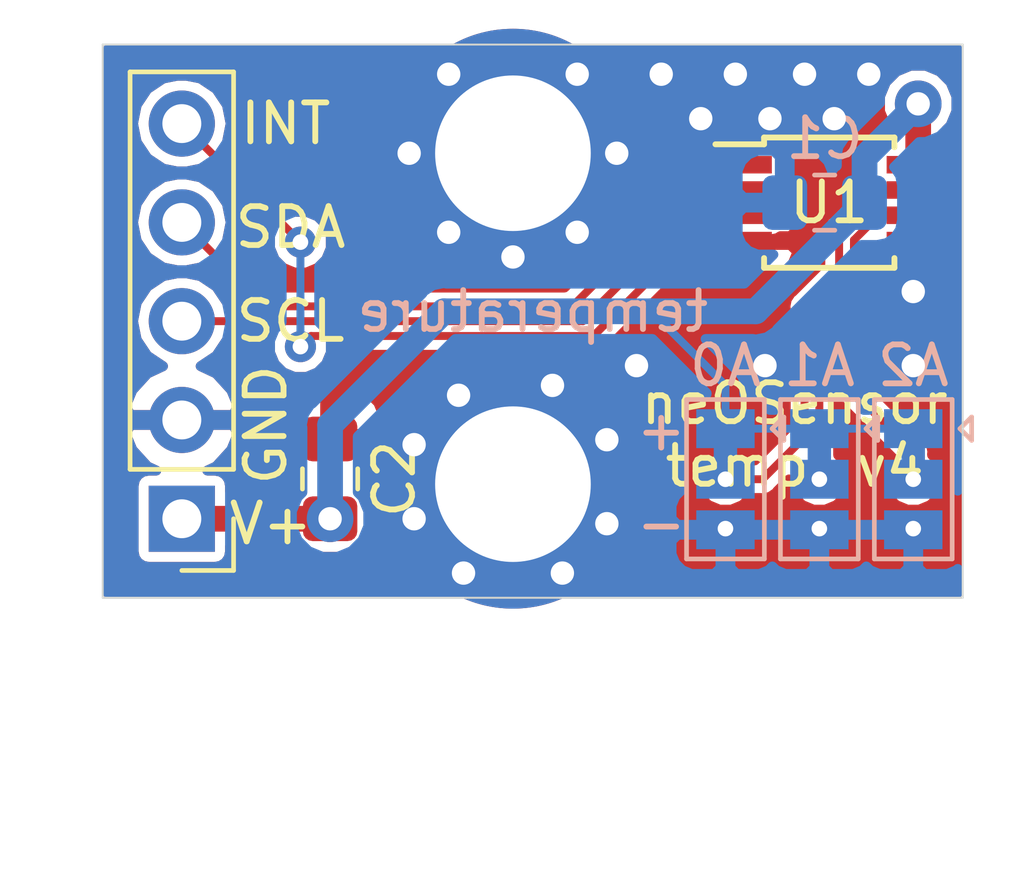
<source format=kicad_pcb>
(kicad_pcb (version 20171130) (host pcbnew 6.0.0-rc1-unknown-r13609-32d262b0)

  (general
    (thickness 1.6)
    (drawings 16)
    (tracks 83)
    (zones 0)
    (modules 9)
    (nets 9)
  )

  (page A4)
  (layers
    (0 F.Cu signal)
    (31 B.Cu signal)
    (32 B.Adhes user)
    (33 F.Adhes user)
    (34 B.Paste user)
    (35 F.Paste user)
    (36 B.SilkS user)
    (37 F.SilkS user)
    (38 B.Mask user)
    (39 F.Mask user)
    (40 Dwgs.User user)
    (41 Cmts.User user)
    (42 Eco1.User user)
    (43 Eco2.User user)
    (44 Edge.Cuts user)
    (45 Margin user)
    (46 B.CrtYd user)
    (47 F.CrtYd user)
    (48 B.Fab user)
    (49 F.Fab user)
  )

  (setup
    (last_trace_width 0.2032)
    (trace_clearance 0.1524)
    (zone_clearance 0.254)
    (zone_45_only no)
    (trace_min 0.2)
    (via_size 0.8)
    (via_drill 0.4)
    (via_min_size 0.4)
    (via_min_drill 0.3)
    (uvia_size 0.3)
    (uvia_drill 0.1)
    (uvias_allowed no)
    (uvia_min_size 0.2)
    (uvia_min_drill 0.1)
    (edge_width 0.05)
    (segment_width 0.2)
    (pcb_text_width 0.3)
    (pcb_text_size 1.5 1.5)
    (mod_edge_width 0.12)
    (mod_text_size 1 1)
    (mod_text_width 0.15)
    (pad_size 6.4 6.4)
    (pad_drill 4)
    (pad_to_mask_clearance 0.2)
    (aux_axis_origin 0 0)
    (visible_elements FFFFFF7F)
    (pcbplotparams
      (layerselection 0x010fc_ffffffff)
      (usegerberextensions false)
      (usegerberattributes false)
      (usegerberadvancedattributes false)
      (creategerberjobfile false)
      (excludeedgelayer true)
      (linewidth 0.100000)
      (plotframeref false)
      (viasonmask false)
      (mode 1)
      (useauxorigin false)
      (hpglpennumber 1)
      (hpglpenspeed 20)
      (hpglpendiameter 15.000000)
      (psnegative false)
      (psa4output false)
      (plotreference true)
      (plotvalue true)
      (plotinvisibletext false)
      (padsonsilk false)
      (subtractmaskfromsilk false)
      (outputformat 1)
      (mirror false)
      (drillshape 1)
      (scaleselection 1)
      (outputdirectory ""))
  )

  (net 0 "")
  (net 1 GND)
  (net 2 +3V3)
  (net 3 /INT)
  (net 4 /SDA)
  (net 5 /SCL)
  (net 6 /A0)
  (net 7 /A1)
  (net 8 /A2)

  (net_class Default "This is the default net class."
    (clearance 0.1524)
    (trace_width 0.2032)
    (via_dia 0.8)
    (via_drill 0.4)
    (uvia_dia 0.3)
    (uvia_drill 0.1)
    (add_net /A0)
    (add_net /A1)
    (add_net /A2)
    (add_net /INT)
    (add_net /SCL)
    (add_net /SDA)
  )

  (net_class power ""
    (clearance 0.1524)
    (trace_width 0.6604)
    (via_dia 1.2)
    (via_drill 0.6)
    (uvia_dia 0.3)
    (uvia_drill 0.1)
    (add_net +3V3)
    (add_net GND)
  )

  (module MountingHole:MountingHole_3.2mm_M3_Pad (layer F.Cu) (tedit 5B843355) (tstamp 5B843861)
    (at 161.417 89.535)
    (descr "Mounting Hole 3.2mm, M3")
    (tags "mounting hole 3.2mm m3")
    (path /5B83F7B4)
    (attr virtual)
    (fp_text reference MH1 (at 0 -4.2) (layer F.SilkS) hide
      (effects (font (size 1 1) (thickness 0.15)))
    )
    (fp_text value MountingHole_Pad (at 0 4.2) (layer F.Fab)
      (effects (font (size 1 1) (thickness 0.15)))
    )
    (fp_circle (center 0 0) (end 3.45 0) (layer F.CrtYd) (width 0.05))
    (fp_circle (center 0 0) (end 3.2 0) (layer Cmts.User) (width 0.15))
    (fp_text user %R (at 0.3 0) (layer F.Fab)
      (effects (font (size 1 1) (thickness 0.15)))
    )
    (pad 1 thru_hole circle (at 0 0) (size 6.4 6.4) (drill 4) (layers *.Cu *.Mask)
      (net 1 GND) (zone_connect 2))
  )

  (module MountingHole:MountingHole_3.2mm_M3_Pad (layer F.Cu) (tedit 5B843445) (tstamp 5B8438B2)
    (at 161.671 98.044)
    (descr "Mounting Hole 3.2mm, M3")
    (tags "mounting hole 3.2mm m3")
    (path /5B84063A)
    (attr virtual)
    (fp_text reference MH2 (at 0 -4.2) (layer F.SilkS) hide
      (effects (font (size 1 1) (thickness 0.15)))
    )
    (fp_text value MountingHole_Pad (at 0 4.2) (layer F.Fab)
      (effects (font (size 1 1) (thickness 0.15)))
    )
    (fp_circle (center 0 0) (end 3.45 0) (layer F.CrtYd) (width 0.05))
    (fp_circle (center 0 0) (end 3.2 0) (layer Cmts.User) (width 0.15))
    (fp_text user %R (at 0.3 0) (layer F.Fab)
      (effects (font (size 1 1) (thickness 0.15)))
    )
    (pad 1 thru_hole circle (at -0.254 0) (size 6.4 6.4) (drill 4) (layers *.Cu *.Mask)
      (net 1 GND) (zone_connect 2))
  )

  (module Package_SO:MSOP-8_3x3mm_P0.65mm (layer F.Cu) (tedit 5A02F25C) (tstamp 5B83313C)
    (at 169.545 90.805)
    (descr "8-Lead Plastic Micro Small Outline Package (MS) [MSOP] (see Microchip Packaging Specification 00000049BS.pdf)")
    (tags "SSOP 0.65")
    (path /5B83A3CF)
    (attr smd)
    (fp_text reference U1 (at 0 0) (layer F.SilkS)
      (effects (font (size 1 1) (thickness 0.15)))
    )
    (fp_text value MCP9808 (at 0 2.6) (layer F.Fab)
      (effects (font (size 1 1) (thickness 0.15)))
    )
    (fp_text user %R (at 0 0) (layer F.Fab)
      (effects (font (size 0.6 0.6) (thickness 0.15)))
    )
    (fp_line (start -1.675 -1.5) (end -2.925 -1.5) (layer F.SilkS) (width 0.15))
    (fp_line (start -1.675 1.675) (end 1.675 1.675) (layer F.SilkS) (width 0.15))
    (fp_line (start -1.675 -1.675) (end 1.675 -1.675) (layer F.SilkS) (width 0.15))
    (fp_line (start -1.675 1.675) (end -1.675 1.425) (layer F.SilkS) (width 0.15))
    (fp_line (start 1.675 1.675) (end 1.675 1.425) (layer F.SilkS) (width 0.15))
    (fp_line (start 1.675 -1.675) (end 1.675 -1.425) (layer F.SilkS) (width 0.15))
    (fp_line (start -1.675 -1.675) (end -1.675 -1.5) (layer F.SilkS) (width 0.15))
    (fp_line (start -3.2 1.85) (end 3.2 1.85) (layer F.CrtYd) (width 0.05))
    (fp_line (start -3.2 -1.85) (end 3.2 -1.85) (layer F.CrtYd) (width 0.05))
    (fp_line (start 3.2 -1.85) (end 3.2 1.85) (layer F.CrtYd) (width 0.05))
    (fp_line (start -3.2 -1.85) (end -3.2 1.85) (layer F.CrtYd) (width 0.05))
    (fp_line (start -1.5 -0.5) (end -0.5 -1.5) (layer F.Fab) (width 0.15))
    (fp_line (start -1.5 1.5) (end -1.5 -0.5) (layer F.Fab) (width 0.15))
    (fp_line (start 1.5 1.5) (end -1.5 1.5) (layer F.Fab) (width 0.15))
    (fp_line (start 1.5 -1.5) (end 1.5 1.5) (layer F.Fab) (width 0.15))
    (fp_line (start -0.5 -1.5) (end 1.5 -1.5) (layer F.Fab) (width 0.15))
    (pad 8 smd rect (at 2.2 -0.975) (size 1.45 0.45) (layers F.Cu F.Paste F.Mask)
      (net 2 +3V3))
    (pad 7 smd rect (at 2.2 -0.325) (size 1.45 0.45) (layers F.Cu F.Paste F.Mask)
      (net 6 /A0))
    (pad 6 smd rect (at 2.2 0.325) (size 1.45 0.45) (layers F.Cu F.Paste F.Mask)
      (net 7 /A1))
    (pad 5 smd rect (at 2.2 0.975) (size 1.45 0.45) (layers F.Cu F.Paste F.Mask)
      (net 8 /A2))
    (pad 4 smd rect (at -2.2 0.975) (size 1.45 0.45) (layers F.Cu F.Paste F.Mask)
      (net 1 GND))
    (pad 3 smd rect (at -2.2 0.325) (size 1.45 0.45) (layers F.Cu F.Paste F.Mask)
      (net 3 /INT))
    (pad 2 smd rect (at -2.2 -0.325) (size 1.45 0.45) (layers F.Cu F.Paste F.Mask)
      (net 5 /SCL))
    (pad 1 smd rect (at -2.2 -0.975) (size 1.45 0.45) (layers F.Cu F.Paste F.Mask)
      (net 4 /SDA))
    (model ${KISYS3DMOD}/Package_SO.3dshapes/MSOP-8_3x3mm_P0.65mm.wrl
      (at (xyz 0 0 0))
      (scale (xyz 1 1 1))
      (rotate (xyz 0 0 0))
    )
  )

  (module Jumper:SolderJumper-3_P1.3mm_Bridged12_Pad1.0x1.5mm (layer B.Cu) (tedit 5B3914C4) (tstamp 5B832CA7)
    (at 171.704 97.917 270)
    (descr "SMD Solder 3-pad Jumper, 1x1.5mm Pads, 0.3mm gap, pads 1-2 bridged with 1 copper strip")
    (tags "solder jumper open")
    (path /5B83B07A)
    (attr virtual)
    (fp_text reference JP3 (at 0 1.8 270) (layer B.SilkS) hide
      (effects (font (size 1 1) (thickness 0.15)) (justify mirror))
    )
    (fp_text value SolderJumper_3_Bridged12 (at 0 -2 270) (layer B.Fab)
      (effects (font (size 1 1) (thickness 0.15)) (justify mirror))
    )
    (fp_line (start 2.3 -1.25) (end -2.3 -1.25) (layer B.CrtYd) (width 0.05))
    (fp_line (start 2.3 -1.25) (end 2.3 1.25) (layer B.CrtYd) (width 0.05))
    (fp_line (start -2.3 1.25) (end -2.3 -1.25) (layer B.CrtYd) (width 0.05))
    (fp_line (start -2.3 1.25) (end 2.3 1.25) (layer B.CrtYd) (width 0.05))
    (fp_line (start -2.05 1) (end 2.05 1) (layer B.SilkS) (width 0.12))
    (fp_line (start 2.05 1) (end 2.05 -1) (layer B.SilkS) (width 0.12))
    (fp_line (start 2.05 -1) (end -2.05 -1) (layer B.SilkS) (width 0.12))
    (fp_line (start -2.05 -1) (end -2.05 1) (layer B.SilkS) (width 0.12))
    (fp_line (start -1.3 -1.2) (end -1.6 -1.5) (layer B.SilkS) (width 0.12))
    (fp_line (start -1.6 -1.5) (end -1 -1.5) (layer B.SilkS) (width 0.12))
    (fp_line (start -1.3 -1.2) (end -1 -1.5) (layer B.SilkS) (width 0.12))
    (pad 2 smd rect (at 0 0 270) (size 1 1.5) (layers B.Cu B.Mask)
      (net 8 /A2))
    (pad 3 smd rect (at 1.3 0 270) (size 1 1.5) (layers B.Cu B.Mask)
      (net 1 GND))
    (pad 1 smd custom (at -1.3 0 270) (size 1 1.5) (layers B.Cu B.Mask)
      (net 2 +3V3)
      (options (clearance outline) (anchor rect))
      (primitives
        (gr_poly (pts
           (xy 0.4 0.3) (xy 0.9 0.3) (xy 0.9 -0.3) (xy 0.4 -0.3)) (width 0))
      ))
  )

  (module Jumper:SolderJumper-3_P1.3mm_Bridged12_Pad1.0x1.5mm (layer B.Cu) (tedit 5B3914C4) (tstamp 5B832C95)
    (at 169.291 97.917 270)
    (descr "SMD Solder 3-pad Jumper, 1x1.5mm Pads, 0.3mm gap, pads 1-2 bridged with 1 copper strip")
    (tags "solder jumper open")
    (path /5B83B050)
    (attr virtual)
    (fp_text reference JP2 (at 0 1.8 270) (layer B.SilkS) hide
      (effects (font (size 1 1) (thickness 0.15)) (justify mirror))
    )
    (fp_text value SolderJumper_3_Bridged12 (at 0 -2 270) (layer B.Fab)
      (effects (font (size 1 1) (thickness 0.15)) (justify mirror))
    )
    (fp_line (start 2.3 -1.25) (end -2.3 -1.25) (layer B.CrtYd) (width 0.05))
    (fp_line (start 2.3 -1.25) (end 2.3 1.25) (layer B.CrtYd) (width 0.05))
    (fp_line (start -2.3 1.25) (end -2.3 -1.25) (layer B.CrtYd) (width 0.05))
    (fp_line (start -2.3 1.25) (end 2.3 1.25) (layer B.CrtYd) (width 0.05))
    (fp_line (start -2.05 1) (end 2.05 1) (layer B.SilkS) (width 0.12))
    (fp_line (start 2.05 1) (end 2.05 -1) (layer B.SilkS) (width 0.12))
    (fp_line (start 2.05 -1) (end -2.05 -1) (layer B.SilkS) (width 0.12))
    (fp_line (start -2.05 -1) (end -2.05 1) (layer B.SilkS) (width 0.12))
    (fp_line (start -1.3 -1.2) (end -1.6 -1.5) (layer B.SilkS) (width 0.12))
    (fp_line (start -1.6 -1.5) (end -1 -1.5) (layer B.SilkS) (width 0.12))
    (fp_line (start -1.3 -1.2) (end -1 -1.5) (layer B.SilkS) (width 0.12))
    (pad 2 smd rect (at 0 0 270) (size 1 1.5) (layers B.Cu B.Mask)
      (net 7 /A1))
    (pad 3 smd rect (at 1.3 0 270) (size 1 1.5) (layers B.Cu B.Mask)
      (net 1 GND))
    (pad 1 smd custom (at -1.3 0 270) (size 1 1.5) (layers B.Cu B.Mask)
      (net 2 +3V3)
      (options (clearance outline) (anchor rect))
      (primitives
        (gr_poly (pts
           (xy 0.4 0.3) (xy 0.9 0.3) (xy 0.9 -0.3) (xy 0.4 -0.3)) (width 0))
      ))
  )

  (module Jumper:SolderJumper-3_P1.3mm_Bridged12_Pad1.0x1.5mm (layer B.Cu) (tedit 5B3914C4) (tstamp 5B832C83)
    (at 166.878 97.917 270)
    (descr "SMD Solder 3-pad Jumper, 1x1.5mm Pads, 0.3mm gap, pads 1-2 bridged with 1 copper strip")
    (tags "solder jumper open")
    (path /5B83AEF1)
    (attr virtual)
    (fp_text reference JP1 (at 0 1.8 270) (layer B.SilkS) hide
      (effects (font (size 1 1) (thickness 0.15)) (justify mirror))
    )
    (fp_text value SolderJumper_3_Bridged12 (at 0 -2 270) (layer B.Fab)
      (effects (font (size 1 1) (thickness 0.15)) (justify mirror))
    )
    (fp_line (start 2.3 -1.25) (end -2.3 -1.25) (layer B.CrtYd) (width 0.05))
    (fp_line (start 2.3 -1.25) (end 2.3 1.25) (layer B.CrtYd) (width 0.05))
    (fp_line (start -2.3 1.25) (end -2.3 -1.25) (layer B.CrtYd) (width 0.05))
    (fp_line (start -2.3 1.25) (end 2.3 1.25) (layer B.CrtYd) (width 0.05))
    (fp_line (start -2.05 1) (end 2.05 1) (layer B.SilkS) (width 0.12))
    (fp_line (start 2.05 1) (end 2.05 -1) (layer B.SilkS) (width 0.12))
    (fp_line (start 2.05 -1) (end -2.05 -1) (layer B.SilkS) (width 0.12))
    (fp_line (start -2.05 -1) (end -2.05 1) (layer B.SilkS) (width 0.12))
    (fp_line (start -1.3 -1.2) (end -1.6 -1.5) (layer B.SilkS) (width 0.12))
    (fp_line (start -1.6 -1.5) (end -1 -1.5) (layer B.SilkS) (width 0.12))
    (fp_line (start -1.3 -1.2) (end -1 -1.5) (layer B.SilkS) (width 0.12))
    (pad 2 smd rect (at 0 0 270) (size 1 1.5) (layers B.Cu B.Mask)
      (net 6 /A0))
    (pad 3 smd rect (at 1.3 0 270) (size 1 1.5) (layers B.Cu B.Mask)
      (net 1 GND))
    (pad 1 smd custom (at -1.3 0 270) (size 1 1.5) (layers B.Cu B.Mask)
      (net 2 +3V3)
      (options (clearance outline) (anchor rect))
      (primitives
        (gr_poly (pts
           (xy 0.4 0.3) (xy 0.9 0.3) (xy 0.9 -0.3) (xy 0.4 -0.3)) (width 0))
      ))
  )

  (module Connector_PinHeader_2.54mm:PinHeader_1x05_P2.54mm_Vertical (layer F.Cu) (tedit 59FED5CC) (tstamp 5B832C71)
    (at 152.908 98.933 180)
    (descr "Through hole straight pin header, 1x05, 2.54mm pitch, single row")
    (tags "Through hole pin header THT 1x05 2.54mm single row")
    (path /5B83A876)
    (fp_text reference J1 (at 0 -2.33 180) (layer F.SilkS) hide
      (effects (font (size 1 1) (thickness 0.15)))
    )
    (fp_text value Conn_01x05 (at 0 12.49 180) (layer F.Fab)
      (effects (font (size 1 1) (thickness 0.15)))
    )
    (fp_text user %R (at 0 5.08 270) (layer F.Fab)
      (effects (font (size 1 1) (thickness 0.15)))
    )
    (fp_line (start 1.8 -1.8) (end -1.8 -1.8) (layer F.CrtYd) (width 0.05))
    (fp_line (start 1.8 11.95) (end 1.8 -1.8) (layer F.CrtYd) (width 0.05))
    (fp_line (start -1.8 11.95) (end 1.8 11.95) (layer F.CrtYd) (width 0.05))
    (fp_line (start -1.8 -1.8) (end -1.8 11.95) (layer F.CrtYd) (width 0.05))
    (fp_line (start -1.33 -1.33) (end 0 -1.33) (layer F.SilkS) (width 0.12))
    (fp_line (start -1.33 0) (end -1.33 -1.33) (layer F.SilkS) (width 0.12))
    (fp_line (start -1.33 1.27) (end 1.33 1.27) (layer F.SilkS) (width 0.12))
    (fp_line (start 1.33 1.27) (end 1.33 11.49) (layer F.SilkS) (width 0.12))
    (fp_line (start -1.33 1.27) (end -1.33 11.49) (layer F.SilkS) (width 0.12))
    (fp_line (start -1.33 11.49) (end 1.33 11.49) (layer F.SilkS) (width 0.12))
    (fp_line (start -1.27 -0.635) (end -0.635 -1.27) (layer F.Fab) (width 0.1))
    (fp_line (start -1.27 11.43) (end -1.27 -0.635) (layer F.Fab) (width 0.1))
    (fp_line (start 1.27 11.43) (end -1.27 11.43) (layer F.Fab) (width 0.1))
    (fp_line (start 1.27 -1.27) (end 1.27 11.43) (layer F.Fab) (width 0.1))
    (fp_line (start -0.635 -1.27) (end 1.27 -1.27) (layer F.Fab) (width 0.1))
    (pad 5 thru_hole oval (at 0 10.16 180) (size 1.7 1.7) (drill 1) (layers *.Cu *.Mask)
      (net 3 /INT))
    (pad 4 thru_hole oval (at 0 7.62 180) (size 1.7 1.7) (drill 1) (layers *.Cu *.Mask)
      (net 4 /SDA))
    (pad 3 thru_hole oval (at 0 5.08 180) (size 1.7 1.7) (drill 1) (layers *.Cu *.Mask)
      (net 5 /SCL))
    (pad 2 thru_hole oval (at 0 2.54 180) (size 1.7 1.7) (drill 1) (layers *.Cu *.Mask)
      (net 1 GND))
    (pad 1 thru_hole rect (at 0 0 180) (size 1.7 1.7) (drill 1) (layers *.Cu *.Mask)
      (net 2 +3V3))
    (model ${KISYS3DMOD}/Connector_PinHeader_2.54mm.3dshapes/PinHeader_1x05_P2.54mm_Vertical.wrl
      (at (xyz 0 0 0))
      (scale (xyz 1 1 1))
      (rotate (xyz 0 0 0))
    )
  )

  (module Capacitor_SMD:C_0805_2012Metric_Pad1.15x1.40mm_HandSolder (layer F.Cu) (tedit 5B36C52B) (tstamp 5B832C58)
    (at 156.718 97.908 270)
    (descr "Capacitor SMD 0805 (2012 Metric), square (rectangular) end terminal, IPC_7351 nominal with elongated pad for handsoldering. (Body size source: https://docs.google.com/spreadsheets/d/1BsfQQcO9C6DZCsRaXUlFlo91Tg2WpOkGARC1WS5S8t0/edit?usp=sharing), generated with kicad-footprint-generator")
    (tags "capacitor handsolder")
    (path /5B83D5AF)
    (attr smd)
    (fp_text reference C2 (at 0 -1.65 270) (layer F.SilkS)
      (effects (font (size 1 1) (thickness 0.15)))
    )
    (fp_text value 100n (at 0 1.65 270) (layer F.Fab)
      (effects (font (size 1 1) (thickness 0.15)))
    )
    (fp_text user %R (at 0 0 270) (layer F.Fab)
      (effects (font (size 0.5 0.5) (thickness 0.08)))
    )
    (fp_line (start 1.85 0.95) (end -1.85 0.95) (layer F.CrtYd) (width 0.05))
    (fp_line (start 1.85 -0.95) (end 1.85 0.95) (layer F.CrtYd) (width 0.05))
    (fp_line (start -1.85 -0.95) (end 1.85 -0.95) (layer F.CrtYd) (width 0.05))
    (fp_line (start -1.85 0.95) (end -1.85 -0.95) (layer F.CrtYd) (width 0.05))
    (fp_line (start -0.261252 0.71) (end 0.261252 0.71) (layer F.SilkS) (width 0.12))
    (fp_line (start -0.261252 -0.71) (end 0.261252 -0.71) (layer F.SilkS) (width 0.12))
    (fp_line (start 1 0.6) (end -1 0.6) (layer F.Fab) (width 0.1))
    (fp_line (start 1 -0.6) (end 1 0.6) (layer F.Fab) (width 0.1))
    (fp_line (start -1 -0.6) (end 1 -0.6) (layer F.Fab) (width 0.1))
    (fp_line (start -1 0.6) (end -1 -0.6) (layer F.Fab) (width 0.1))
    (pad 2 smd roundrect (at 1.025 0 270) (size 1.15 1.4) (layers F.Cu F.Paste F.Mask) (roundrect_rratio 0.217391)
      (net 2 +3V3))
    (pad 1 smd roundrect (at -1.025 0 270) (size 1.15 1.4) (layers F.Cu F.Paste F.Mask) (roundrect_rratio 0.217391)
      (net 1 GND))
    (model ${KISYS3DMOD}/Capacitor_SMD.3dshapes/C_0805_2012Metric.wrl
      (at (xyz 0 0 0))
      (scale (xyz 1 1 1))
      (rotate (xyz 0 0 0))
    )
  )

  (module Capacitor_SMD:C_0805_2012Metric_Pad1.15x1.40mm_HandSolder (layer B.Cu) (tedit 5B36C52B) (tstamp 5B833100)
    (at 169.427 90.805 180)
    (descr "Capacitor SMD 0805 (2012 Metric), square (rectangular) end terminal, IPC_7351 nominal with elongated pad for handsoldering. (Body size source: https://docs.google.com/spreadsheets/d/1BsfQQcO9C6DZCsRaXUlFlo91Tg2WpOkGARC1WS5S8t0/edit?usp=sharing), generated with kicad-footprint-generator")
    (tags "capacitor handsolder")
    (path /5B83A56B)
    (attr smd)
    (fp_text reference C1 (at 0 1.65 180) (layer B.SilkS)
      (effects (font (size 1 1) (thickness 0.15)) (justify mirror))
    )
    (fp_text value 100n (at 0 -1.65 180) (layer B.Fab)
      (effects (font (size 1 1) (thickness 0.15)) (justify mirror))
    )
    (fp_text user %R (at 0 0 180) (layer B.Fab)
      (effects (font (size 0.5 0.5) (thickness 0.08)) (justify mirror))
    )
    (fp_line (start 1.85 -0.95) (end -1.85 -0.95) (layer B.CrtYd) (width 0.05))
    (fp_line (start 1.85 0.95) (end 1.85 -0.95) (layer B.CrtYd) (width 0.05))
    (fp_line (start -1.85 0.95) (end 1.85 0.95) (layer B.CrtYd) (width 0.05))
    (fp_line (start -1.85 -0.95) (end -1.85 0.95) (layer B.CrtYd) (width 0.05))
    (fp_line (start -0.261252 -0.71) (end 0.261252 -0.71) (layer B.SilkS) (width 0.12))
    (fp_line (start -0.261252 0.71) (end 0.261252 0.71) (layer B.SilkS) (width 0.12))
    (fp_line (start 1 -0.6) (end -1 -0.6) (layer B.Fab) (width 0.1))
    (fp_line (start 1 0.6) (end 1 -0.6) (layer B.Fab) (width 0.1))
    (fp_line (start -1 0.6) (end 1 0.6) (layer B.Fab) (width 0.1))
    (fp_line (start -1 -0.6) (end -1 0.6) (layer B.Fab) (width 0.1))
    (pad 2 smd roundrect (at 1.025 0 180) (size 1.15 1.4) (layers B.Cu B.Paste B.Mask) (roundrect_rratio 0.217391)
      (net 1 GND))
    (pad 1 smd roundrect (at -1.025 0 180) (size 1.15 1.4) (layers B.Cu B.Paste B.Mask) (roundrect_rratio 0.217391)
      (net 2 +3V3))
    (model ${KISYS3DMOD}/Capacitor_SMD.3dshapes/C_0805_2012Metric.wrl
      (at (xyz 0 0 0))
      (scale (xyz 1 1 1))
      (rotate (xyz 0 0 0))
    )
  )

  (gr_text - (at 165.227 99.06) (layer B.SilkS)
    (effects (font (size 1 1) (thickness 0.15)) (justify mirror))
  )
  (gr_text + (at 165.227 96.647) (layer B.SilkS)
    (effects (font (size 1 1) (thickness 0.15)) (justify mirror))
  )
  (gr_text A2 (at 171.704 94.996) (layer B.SilkS)
    (effects (font (size 1 1) (thickness 0.15)) (justify mirror))
  )
  (gr_text A1 (at 169.291 94.996) (layer B.SilkS)
    (effects (font (size 1 1) (thickness 0.15)) (justify mirror))
  )
  (gr_text A0 (at 166.878 94.996) (layer B.SilkS)
    (effects (font (size 1 1) (thickness 0.15)) (justify mirror))
  )
  (gr_text INT (at 155.575 88.773) (layer F.SilkS)
    (effects (font (size 1 1) (thickness 0.15)))
  )
  (gr_text SDA (at 155.702 91.44) (layer F.SilkS) (tstamp 5B843B3C)
    (effects (font (size 1 1) (thickness 0.15)))
  )
  (gr_text SCL (at 155.702 93.853) (layer F.SilkS)
    (effects (font (size 1 1) (thickness 0.15)))
  )
  (gr_text GND (at 155.067 96.52 90) (layer F.SilkS)
    (effects (font (size 1 1) (thickness 0.15)))
  )
  (gr_text V+ (at 155.194 99.06) (layer F.SilkS)
    (effects (font (size 1 1) (thickness 0.15)))
  )
  (gr_text temperature (at 161.925 93.599) (layer B.SilkS)
    (effects (font (size 1 1) (thickness 0.15)) (justify mirror))
  )
  (gr_text "neOSensor\ntemp. v4" (at 168.656 96.774) (layer F.SilkS)
    (effects (font (size 1 1) (thickness 0.15)))
  )
  (gr_line (start 150.876 100.965) (end 150.876 86.741) (layer Edge.Cuts) (width 0.05))
  (gr_line (start 172.974 100.965) (end 150.876 100.965) (layer Edge.Cuts) (width 0.05))
  (gr_line (start 172.974 86.741) (end 172.974 100.965) (layer Edge.Cuts) (width 0.05) (tstamp 5B8330EE))
  (gr_line (start 150.876 86.741) (end 172.974 86.741) (layer Edge.Cuts) (width 0.05))

  (via (at 166.878 99.187) (size 0.8) (drill 0.4) (layers F.Cu B.Cu) (net 1))
  (via (at 171.704 93.091) (size 1.2) (drill 0.6) (layers F.Cu B.Cu) (net 1))
  (via (at 167.894 94.996) (size 1.2) (drill 0.6) (layers F.Cu B.Cu) (net 1) (tstamp 5B84397A))
  (via (at 171.704 94.996) (size 1.2) (drill 0.6) (layers F.Cu B.Cu) (net 1) (tstamp 5B84397D))
  (via (at 169.672 88.646) (size 1.2) (drill 0.6) (layers F.Cu B.Cu) (net 1) (tstamp 5B84397F))
  (via (at 168.021 88.646) (size 1.2) (drill 0.6) (layers F.Cu B.Cu) (net 1) (tstamp 5B843981))
  (via (at 166.243 88.646) (size 1.2) (drill 0.6) (layers F.Cu B.Cu) (net 1) (tstamp 5B843983))
  (via (at 167.132 87.503) (size 1.2) (drill 0.6) (layers F.Cu B.Cu) (net 1) (tstamp 5B843985))
  (via (at 168.91 87.503) (size 1.2) (drill 0.6) (layers F.Cu B.Cu) (net 1) (tstamp 5B843987))
  (via (at 170.561 87.503) (size 1.2) (drill 0.6) (layers F.Cu B.Cu) (net 1) (tstamp 5B843998))
  (via (at 165.227 87.503) (size 1.2) (drill 0.6) (layers F.Cu B.Cu) (net 1) (tstamp 5B84399A))
  (via (at 164.592 94.996) (size 1.2) (drill 0.6) (layers F.Cu B.Cu) (net 1) (tstamp 5B8439AD))
  (via (at 162.433 95.504) (size 1.2) (drill 0.6) (layers F.Cu B.Cu) (net 1) (tstamp 5B8439AF))
  (via (at 163.83 96.901) (size 1.2) (drill 0.6) (layers F.Cu B.Cu) (net 1) (tstamp 5B8439B1))
  (via (at 163.83 99.06) (size 1.2) (drill 0.6) (layers F.Cu B.Cu) (net 1) (tstamp 5B8439B3))
  (via (at 162.687 100.33) (size 1.2) (drill 0.6) (layers F.Cu B.Cu) (net 1) (tstamp 5B8439B5))
  (via (at 160.147 100.33) (size 1.2) (drill 0.6) (layers F.Cu B.Cu) (net 1) (tstamp 5B8439B7))
  (via (at 158.877 98.933) (size 1.2) (drill 0.6) (layers F.Cu B.Cu) (net 1) (tstamp 5B8439B9))
  (via (at 158.877 97.028) (size 1.2) (drill 0.6) (layers F.Cu B.Cu) (net 1) (tstamp 5B8439BB))
  (via (at 160.02 95.758) (size 1.2) (drill 0.6) (layers F.Cu B.Cu) (net 1) (tstamp 5B8439BD))
  (via (at 169.291 99.187) (size 0.8) (drill 0.4) (layers F.Cu B.Cu) (net 1) (tstamp 5B843A05))
  (via (at 171.704 99.187) (size 0.8) (drill 0.4) (layers F.Cu B.Cu) (net 1) (tstamp 5B843A07))
  (via (at 163.068 87.503) (size 1.2) (drill 0.6) (layers F.Cu B.Cu) (net 1) (tstamp 5B843A2F))
  (via (at 163.068 91.567) (size 1.2) (drill 0.6) (layers F.Cu B.Cu) (net 1) (tstamp 5B843A31))
  (via (at 159.766 91.567) (size 1.2) (drill 0.6) (layers F.Cu B.Cu) (net 1) (tstamp 5B843A33))
  (via (at 159.766 87.503) (size 1.2) (drill 0.6) (layers F.Cu B.Cu) (net 1) (tstamp 5B843A35))
  (via (at 158.75 89.535) (size 1.2) (drill 0.6) (layers F.Cu B.Cu) (net 1) (tstamp 5B843A37))
  (via (at 164.084 89.535) (size 1.2) (drill 0.6) (layers F.Cu B.Cu) (net 1) (tstamp 5B843A39))
  (via (at 161.417 92.202) (size 1.2) (drill 0.6) (layers F.Cu B.Cu) (net 1) (tstamp 5B843A3B))
  (segment (start 152.908 98.933) (end 156.718 98.933) (width 0.6604) (layer F.Cu) (net 2))
  (segment (start 156.718 98.933) (end 156.718 98.933) (width 0.6604) (layer F.Cu) (net 2) (tstamp 5B833B1B))
  (via (at 156.718 98.933) (size 1.2) (drill 0.6) (layers F.Cu B.Cu) (net 2))
  (segment (start 156.718 98.933) (end 156.718 96.52) (width 0.6604) (layer B.Cu) (net 2))
  (segment (start 156.718 96.52) (end 159.639 93.599) (width 0.6604) (layer B.Cu) (net 2))
  (segment (start 159.639 93.599) (end 164.973 93.599) (width 0.6604) (layer B.Cu) (net 2))
  (segment (start 166.878 95.504) (end 166.878 96.617) (width 0.2032) (layer B.Cu) (net 2) (tstamp 5B833B8F))
  (segment (start 164.973 93.599) (end 166.878 95.504) (width 0.2032) (layer B.Cu) (net 2))
  (segment (start 166.878 96.617) (end 169.291 96.617) (width 0.2032) (layer B.Cu) (net 2))
  (segment (start 169.291 96.617) (end 171.704 96.617) (width 0.2032) (layer B.Cu) (net 2))
  (segment (start 167.658 93.599) (end 170.452 90.805) (width 0.6604) (layer B.Cu) (net 2))
  (segment (start 164.973 93.599) (end 167.658 93.599) (width 0.6604) (layer B.Cu) (net 2))
  (via (at 171.831 88.265) (size 1.2) (drill 0.6) (layers F.Cu B.Cu) (net 2))
  (segment (start 170.452 90.805) (end 170.452 89.644) (width 0.6604) (layer B.Cu) (net 2))
  (segment (start 170.452 89.644) (end 171.831 88.265) (width 0.6604) (layer B.Cu) (net 2))
  (segment (start 171.831 89.686399) (end 171.745 89.772399) (width 0.6604) (layer F.Cu) (net 2))
  (segment (start 171.831 88.265) (end 171.831 89.686399) (width 0.6604) (layer F.Cu) (net 2))
  (via (at 155.956 91.821) (size 0.8) (drill 0.4) (layers F.Cu B.Cu) (net 3))
  (segment (start 152.908 88.773) (end 155.956 91.821) (width 0.2032) (layer F.Cu) (net 3))
  (via (at 155.956 94.507) (size 0.8) (drill 0.4) (layers F.Cu B.Cu) (net 3))
  (segment (start 155.956 91.821) (end 155.956 94.507) (width 0.2032) (layer B.Cu) (net 3))
  (segment (start 166.587798 91.13) (end 167.345 91.13) (width 0.2032) (layer F.Cu) (net 3))
  (segment (start 163.483798 94.234) (end 166.587798 91.13) (width 0.2032) (layer F.Cu) (net 3))
  (segment (start 155.956 94.507) (end 156.229 94.234) (width 0.2032) (layer F.Cu) (net 3))
  (segment (start 156.229 94.234) (end 163.483798 94.234) (width 0.2032) (layer F.Cu) (net 3))
  (segment (start 162.941 93.472) (end 166.583 89.83) (width 0.2032) (layer F.Cu) (net 4))
  (segment (start 166.583 89.83) (end 167.345 89.83) (width 0.2032) (layer F.Cu) (net 4))
  (segment (start 152.908 91.313) (end 155.067 93.472) (width 0.2032) (layer F.Cu) (net 4))
  (segment (start 155.067 93.472) (end 162.941 93.472) (width 0.2032) (layer F.Cu) (net 4))
  (segment (start 166.587798 90.48) (end 167.345 90.48) (width 0.2032) (layer F.Cu) (net 5))
  (segment (start 163.214798 93.853) (end 166.587798 90.48) (width 0.2032) (layer F.Cu) (net 5))
  (segment (start 152.908 93.853) (end 163.214798 93.853) (width 0.2032) (layer F.Cu) (net 5))
  (via (at 166.878 97.917) (size 0.8) (drill 0.4) (layers F.Cu B.Cu) (net 6))
  (segment (start 167.8312 97.917) (end 168.91 96.8382) (width 0.2032) (layer F.Cu) (net 6))
  (segment (start 166.878 97.917) (end 167.8312 97.917) (width 0.2032) (layer F.Cu) (net 6))
  (segment (start 168.91 93.477092) (end 169.799 92.588092) (width 0.2032) (layer F.Cu) (net 6))
  (segment (start 168.91 96.8382) (end 168.91 93.477092) (width 0.2032) (layer F.Cu) (net 6))
  (segment (start 170.8168 90.48) (end 171.745 90.48) (width 0.2032) (layer F.Cu) (net 6))
  (segment (start 169.799 91.4978) (end 170.8168 90.48) (width 0.2032) (layer F.Cu) (net 6))
  (segment (start 169.799 92.588092) (end 169.799 91.4978) (width 0.2032) (layer F.Cu) (net 6))
  (via (at 169.291 97.917) (size 0.8) (drill 0.4) (layers F.Cu B.Cu) (net 7))
  (segment (start 169.291 97.917) (end 169.291 93.599) (width 0.2032) (layer F.Cu) (net 7))
  (segment (start 169.291 93.599) (end 170.18 92.71) (width 0.2032) (layer F.Cu) (net 7))
  (segment (start 170.8168 91.13) (end 171.745 91.13) (width 0.2032) (layer F.Cu) (net 7))
  (segment (start 170.18 91.7668) (end 170.8168 91.13) (width 0.2032) (layer F.Cu) (net 7))
  (segment (start 170.18 92.71) (end 170.18 91.7668) (width 0.2032) (layer F.Cu) (net 7))
  (via (at 171.704 97.917) (size 0.8) (drill 0.4) (layers F.Cu B.Cu) (net 8) (tstamp 5B833B8C))
  (segment (start 171.704 97.2138) (end 169.672 95.1818) (width 0.2032) (layer F.Cu) (net 8))
  (segment (start 171.704 97.917) (end 171.704 97.2138) (width 0.2032) (layer F.Cu) (net 8))
  (segment (start 169.672 95.1818) (end 169.672 93.726) (width 0.2032) (layer F.Cu) (net 8))
  (segment (start 169.672 93.726) (end 170.561 92.837) (width 0.2032) (layer F.Cu) (net 8))
  (segment (start 171.245 91.78) (end 171.745 91.78) (width 0.2032) (layer F.Cu) (net 8))
  (segment (start 170.561 92.464) (end 171.245 91.78) (width 0.2032) (layer F.Cu) (net 8))
  (segment (start 170.561 92.837) (end 170.561 92.464) (width 0.2032) (layer F.Cu) (net 8))

  (zone (net 1) (net_name GND) (layer F.Cu) (tstamp 5B843A4D) (hatch edge 0.508)
    (connect_pads (clearance 0.254))
    (min_thickness 0.254)
    (fill yes (arc_segments 16) (thermal_gap 0.508) (thermal_bridge_width 0.508))
    (polygon
      (pts
        (xy 150.876 86.741) (xy 172.974 86.741) (xy 172.974 100.965) (xy 150.876 100.965)
      )
    )
    (filled_polygon
      (pts
        (xy 172.847 89.547366) (xy 172.828894 89.456341) (xy 172.744686 89.330314) (xy 172.618659 89.246106) (xy 172.5422 89.230897)
        (xy 172.5422 88.941144) (xy 172.662652 88.820692) (xy 172.812 88.460133) (xy 172.812 88.069867) (xy 172.662652 87.709308)
        (xy 172.386692 87.433348) (xy 172.026133 87.284) (xy 171.635867 87.284) (xy 171.275308 87.433348) (xy 170.999348 87.709308)
        (xy 170.85 88.069867) (xy 170.85 88.460133) (xy 170.999348 88.820692) (xy 171.1198 88.941144) (xy 171.119801 89.216536)
        (xy 171.02 89.216536) (xy 170.871341 89.246106) (xy 170.745314 89.330314) (xy 170.661106 89.456341) (xy 170.631536 89.605)
        (xy 170.631536 90.024797) (xy 170.628499 90.025401) (xy 170.543793 90.082) (xy 170.468865 90.132065) (xy 170.441942 90.172358)
        (xy 169.491361 91.12294) (xy 169.451066 91.149865) (xy 169.420707 91.195301) (xy 169.344402 91.309499) (xy 169.306946 91.4978)
        (xy 169.316401 91.545332) (xy 169.3164 92.388193) (xy 168.602362 93.102232) (xy 168.562066 93.129157) (xy 168.48061 93.251065)
        (xy 168.455402 93.288791) (xy 168.417946 93.477092) (xy 168.427401 93.524625) (xy 168.4274 96.6383) (xy 167.631302 97.4344)
        (xy 167.499901 97.4344) (xy 167.320401 97.2549) (xy 167.033351 97.136) (xy 166.722649 97.136) (xy 166.435599 97.2549)
        (xy 166.2159 97.474599) (xy 166.097 97.761649) (xy 166.097 98.072351) (xy 166.2159 98.359401) (xy 166.435599 98.5791)
        (xy 166.722649 98.698) (xy 167.033351 98.698) (xy 167.320401 98.5791) (xy 167.499901 98.3996) (xy 167.783672 98.3996)
        (xy 167.8312 98.409054) (xy 167.878728 98.3996) (xy 167.878729 98.3996) (xy 168.019501 98.371599) (xy 168.179135 98.264935)
        (xy 168.206062 98.224637) (xy 168.51 97.920699) (xy 168.51 98.072351) (xy 168.6289 98.359401) (xy 168.848599 98.5791)
        (xy 169.135649 98.698) (xy 169.446351 98.698) (xy 169.733401 98.5791) (xy 169.9531 98.359401) (xy 170.072 98.072351)
        (xy 170.072 97.761649) (xy 169.9531 97.474599) (xy 169.7736 97.295099) (xy 169.7736 95.965898) (xy 171.1621 97.354399)
        (xy 171.0419 97.474599) (xy 170.923 97.761649) (xy 170.923 98.072351) (xy 171.0419 98.359401) (xy 171.261599 98.5791)
        (xy 171.548649 98.698) (xy 171.859351 98.698) (xy 172.146401 98.5791) (xy 172.3661 98.359401) (xy 172.485 98.072351)
        (xy 172.485 97.761649) (xy 172.3661 97.474599) (xy 172.1866 97.295099) (xy 172.1866 97.261328) (xy 172.196054 97.2138)
        (xy 172.1866 97.166271) (xy 172.158599 97.025499) (xy 172.051935 96.865865) (xy 172.011639 96.83894) (xy 170.1546 94.981902)
        (xy 170.1546 93.925898) (xy 170.86864 93.211859) (xy 170.908935 93.184935) (xy 170.993794 93.057935) (xy 171.015599 93.025302)
        (xy 171.053054 92.837) (xy 171.0436 92.789471) (xy 171.0436 92.663898) (xy 171.314035 92.393464) (xy 172.47 92.393464)
        (xy 172.618659 92.363894) (xy 172.744686 92.279686) (xy 172.828894 92.153659) (xy 172.847 92.062634) (xy 172.847 100.838)
        (xy 151.003 100.838) (xy 151.003 96.74989) (xy 151.466524 96.74989) (xy 151.636355 97.159924) (xy 152.026642 97.588183)
        (xy 152.253105 97.694536) (xy 152.058 97.694536) (xy 151.909341 97.724106) (xy 151.783314 97.808314) (xy 151.699106 97.934341)
        (xy 151.669536 98.083) (xy 151.669536 99.783) (xy 151.699106 99.931659) (xy 151.783314 100.057686) (xy 151.909341 100.141894)
        (xy 152.058 100.171464) (xy 153.758 100.171464) (xy 153.906659 100.141894) (xy 154.032686 100.057686) (xy 154.116894 99.931659)
        (xy 154.146464 99.783) (xy 154.146464 99.6442) (xy 155.77293 99.6442) (xy 155.816537 99.709463) (xy 156.02367 99.847864)
        (xy 156.267999 99.896464) (xy 156.480531 99.896464) (xy 156.522867 99.914) (xy 156.913133 99.914) (xy 156.955469 99.896464)
        (xy 157.168001 99.896464) (xy 157.41233 99.847864) (xy 157.619463 99.709463) (xy 157.757864 99.50233) (xy 157.806464 99.258001)
        (xy 157.806464 98.607999) (xy 157.757864 98.36367) (xy 157.619463 98.156537) (xy 157.524373 98.093) (xy 157.54431 98.093)
        (xy 157.777699 97.996327) (xy 157.956327 97.817698) (xy 158.053 97.584309) (xy 158.053 97.16875) (xy 157.89425 97.01)
        (xy 156.845 97.01) (xy 156.845 97.03) (xy 156.591 97.03) (xy 156.591 97.01) (xy 155.54175 97.01)
        (xy 155.383 97.16875) (xy 155.383 97.584309) (xy 155.479673 97.817698) (xy 155.658301 97.996327) (xy 155.89169 98.093)
        (xy 155.911627 98.093) (xy 155.816537 98.156537) (xy 155.77293 98.2218) (xy 154.146464 98.2218) (xy 154.146464 98.083)
        (xy 154.116894 97.934341) (xy 154.032686 97.808314) (xy 153.906659 97.724106) (xy 153.758 97.694536) (xy 153.562895 97.694536)
        (xy 153.789358 97.588183) (xy 154.179645 97.159924) (xy 154.349476 96.74989) (xy 154.228155 96.52) (xy 153.035 96.52)
        (xy 153.035 96.54) (xy 152.781 96.54) (xy 152.781 96.52) (xy 151.587845 96.52) (xy 151.466524 96.74989)
        (xy 151.003 96.74989) (xy 151.003 96.03611) (xy 151.466524 96.03611) (xy 151.587845 96.266) (xy 152.781 96.266)
        (xy 152.781 96.246) (xy 153.035 96.246) (xy 153.035 96.266) (xy 154.228155 96.266) (xy 154.272647 96.181691)
        (xy 155.383 96.181691) (xy 155.383 96.59725) (xy 155.54175 96.756) (xy 156.591 96.756) (xy 156.591 95.83175)
        (xy 156.845 95.83175) (xy 156.845 96.756) (xy 157.89425 96.756) (xy 158.053 96.59725) (xy 158.053 96.181691)
        (xy 157.956327 95.948302) (xy 157.777699 95.769673) (xy 157.54431 95.673) (xy 157.00375 95.673) (xy 156.845 95.83175)
        (xy 156.591 95.83175) (xy 156.43225 95.673) (xy 155.89169 95.673) (xy 155.658301 95.769673) (xy 155.479673 95.948302)
        (xy 155.383 96.181691) (xy 154.272647 96.181691) (xy 154.349476 96.03611) (xy 154.179645 95.626076) (xy 153.789358 95.197817)
        (xy 153.391037 95.010755) (xy 153.795501 94.740501) (xy 154.066047 94.3356) (xy 155.181648 94.3356) (xy 155.175 94.351649)
        (xy 155.175 94.662351) (xy 155.2939 94.949401) (xy 155.513599 95.1691) (xy 155.800649 95.288) (xy 156.111351 95.288)
        (xy 156.398401 95.1691) (xy 156.6181 94.949401) (xy 156.714529 94.7166) (xy 163.43627 94.7166) (xy 163.483798 94.726054)
        (xy 163.531326 94.7166) (xy 163.531327 94.7166) (xy 163.672099 94.688599) (xy 163.831733 94.581935) (xy 163.85866 94.541636)
        (xy 166.068178 92.332119) (xy 166.081673 92.364699) (xy 166.260302 92.543327) (xy 166.493691 92.64) (xy 167.05925 92.64)
        (xy 167.218 92.48125) (xy 167.218 91.8925) (xy 167.472 91.8925) (xy 167.472 92.48125) (xy 167.63075 92.64)
        (xy 168.196309 92.64) (xy 168.429698 92.543327) (xy 168.608327 92.364699) (xy 168.705 92.13131) (xy 168.705 92.05125)
        (xy 168.54625 91.8925) (xy 167.472 91.8925) (xy 167.218 91.8925) (xy 167.198 91.8925) (xy 167.198 91.743464)
        (xy 168.07 91.743464) (xy 168.218659 91.713894) (xy 168.288093 91.6675) (xy 168.54625 91.6675) (xy 168.705 91.50875)
        (xy 168.705 91.42869) (xy 168.608327 91.195301) (xy 168.458464 91.045439) (xy 168.458464 90.905) (xy 168.438573 90.805)
        (xy 168.458464 90.705) (xy 168.458464 90.255) (xy 168.438573 90.155) (xy 168.458464 90.055) (xy 168.458464 89.605)
        (xy 168.428894 89.456341) (xy 168.344686 89.330314) (xy 168.218659 89.246106) (xy 168.07 89.216536) (xy 166.62 89.216536)
        (xy 166.471341 89.246106) (xy 166.345314 89.330314) (xy 166.261106 89.456341) (xy 166.259196 89.465941) (xy 166.235065 89.482065)
        (xy 166.20814 89.522361) (xy 162.741102 92.9894) (xy 155.266899 92.9894) (xy 154.068113 91.790614) (xy 154.163116 91.313)
        (xy 154.067576 90.832688) (xy 153.795501 90.425499) (xy 153.388312 90.153424) (xy 153.029239 90.082) (xy 152.786761 90.082)
        (xy 152.427688 90.153424) (xy 152.020499 90.425499) (xy 151.748424 90.832688) (xy 151.652884 91.313) (xy 151.748424 91.793312)
        (xy 152.020499 92.200501) (xy 152.427688 92.472576) (xy 152.786761 92.544) (xy 153.029239 92.544) (xy 153.385614 92.473113)
        (xy 154.282901 93.3704) (xy 154.066047 93.3704) (xy 153.795501 92.965499) (xy 153.388312 92.693424) (xy 153.029239 92.622)
        (xy 152.786761 92.622) (xy 152.427688 92.693424) (xy 152.020499 92.965499) (xy 151.748424 93.372688) (xy 151.652884 93.853)
        (xy 151.748424 94.333312) (xy 152.020499 94.740501) (xy 152.424963 95.010755) (xy 152.026642 95.197817) (xy 151.636355 95.626076)
        (xy 151.466524 96.03611) (xy 151.003 96.03611) (xy 151.003 88.773) (xy 151.652884 88.773) (xy 151.748424 89.253312)
        (xy 152.020499 89.660501) (xy 152.427688 89.932576) (xy 152.786761 90.004) (xy 153.029239 90.004) (xy 153.385614 89.933113)
        (xy 155.175 91.722499) (xy 155.175 91.976351) (xy 155.2939 92.263401) (xy 155.513599 92.4831) (xy 155.800649 92.602)
        (xy 156.111351 92.602) (xy 156.398401 92.4831) (xy 156.6181 92.263401) (xy 156.737 91.976351) (xy 156.737 91.665649)
        (xy 156.6181 91.378599) (xy 156.398401 91.1589) (xy 156.111351 91.04) (xy 155.857499 91.04) (xy 154.068113 89.250614)
        (xy 154.163116 88.773) (xy 154.067576 88.292688) (xy 153.795501 87.885499) (xy 153.388312 87.613424) (xy 153.029239 87.542)
        (xy 152.786761 87.542) (xy 152.427688 87.613424) (xy 152.020499 87.885499) (xy 151.748424 88.292688) (xy 151.652884 88.773)
        (xy 151.003 88.773) (xy 151.003 86.868) (xy 172.847 86.868)
      )
    )
  )
  (zone (net 1) (net_name GND) (layer B.Cu) (tstamp 5B843A4A) (hatch edge 0.508)
    (connect_pads (clearance 0.254))
    (min_thickness 0.254)
    (fill yes (arc_segments 16) (thermal_gap 0.508) (thermal_bridge_width 0.508))
    (polygon
      (pts
        (xy 150.876 86.741) (xy 172.974 86.741) (xy 172.974 100.965) (xy 150.876 100.965)
      )
    )
    (filled_polygon
      (pts
        (xy 172.847 98.211974) (xy 172.842464 98.207438) (xy 172.842464 97.417) (xy 172.812894 97.268341) (xy 172.811998 97.267)
        (xy 172.812894 97.265659) (xy 172.842464 97.117) (xy 172.842464 96.117) (xy 172.812894 95.968341) (xy 172.728686 95.842314)
        (xy 172.602659 95.758106) (xy 172.454 95.728536) (xy 170.954 95.728536) (xy 170.805341 95.758106) (xy 170.679314 95.842314)
        (xy 170.595106 95.968341) (xy 170.565536 96.117) (xy 170.565536 96.1344) (xy 170.429464 96.1344) (xy 170.429464 96.117)
        (xy 170.399894 95.968341) (xy 170.315686 95.842314) (xy 170.189659 95.758106) (xy 170.041 95.728536) (xy 168.541 95.728536)
        (xy 168.392341 95.758106) (xy 168.266314 95.842314) (xy 168.182106 95.968341) (xy 168.152536 96.117) (xy 168.152536 96.1344)
        (xy 168.016464 96.1344) (xy 168.016464 96.117) (xy 167.986894 95.968341) (xy 167.902686 95.842314) (xy 167.776659 95.758106)
        (xy 167.628 95.728536) (xy 167.3606 95.728536) (xy 167.3606 95.551529) (xy 167.370054 95.504) (xy 167.332599 95.315698)
        (xy 167.298936 95.265319) (xy 167.225935 95.156065) (xy 167.18564 95.129141) (xy 166.366699 94.3102) (xy 167.587959 94.3102)
        (xy 167.658 94.324132) (xy 167.728041 94.3102) (xy 167.728046 94.3102) (xy 167.935496 94.268936) (xy 168.170746 94.111746)
        (xy 168.210424 94.052364) (xy 170.369325 91.893464) (xy 170.777001 91.893464) (xy 171.02133 91.844864) (xy 171.228463 91.706463)
        (xy 171.366864 91.49933) (xy 171.415464 91.255001) (xy 171.415464 90.354999) (xy 171.366864 90.11067) (xy 171.228463 89.903537)
        (xy 171.210352 89.891436) (xy 171.855788 89.246) (xy 172.026133 89.246) (xy 172.386692 89.096652) (xy 172.662652 88.820692)
        (xy 172.812 88.460133) (xy 172.812 88.069867) (xy 172.662652 87.709308) (xy 172.386692 87.433348) (xy 172.026133 87.284)
        (xy 171.635867 87.284) (xy 171.275308 87.433348) (xy 170.999348 87.709308) (xy 170.85 88.069867) (xy 170.85 88.240212)
        (xy 169.998634 89.091578) (xy 169.939255 89.131254) (xy 169.899579 89.190633) (xy 169.899576 89.190636) (xy 169.782065 89.366504)
        (xy 169.726868 89.644) (xy 169.740801 89.714046) (xy 169.740801 89.859929) (xy 169.675537 89.903537) (xy 169.612 89.998627)
        (xy 169.612 89.97869) (xy 169.515327 89.745301) (xy 169.336698 89.566673) (xy 169.103309 89.47) (xy 168.68775 89.47)
        (xy 168.529 89.62875) (xy 168.529 90.678) (xy 168.549 90.678) (xy 168.549 90.932) (xy 168.529 90.932)
        (xy 168.529 90.952) (xy 168.275 90.952) (xy 168.275 90.932) (xy 167.35075 90.932) (xy 167.192 91.09075)
        (xy 167.192 91.63131) (xy 167.288673 91.864699) (xy 167.467302 92.043327) (xy 167.700691 92.14) (xy 168.111212 92.14)
        (xy 167.363412 92.8878) (xy 159.709042 92.8878) (xy 159.639 92.873868) (xy 159.568958 92.8878) (xy 159.568954 92.8878)
        (xy 159.361504 92.929064) (xy 159.361502 92.929065) (xy 159.361503 92.929065) (xy 159.185635 93.046576) (xy 159.185633 93.046578)
        (xy 159.126254 93.086254) (xy 159.086578 93.145633) (xy 156.264634 95.967578) (xy 156.205255 96.007254) (xy 156.165579 96.066633)
        (xy 156.165576 96.066636) (xy 156.048065 96.242504) (xy 155.992868 96.52) (xy 156.006801 96.590046) (xy 156.0068 98.256856)
        (xy 155.886348 98.377308) (xy 155.737 98.737867) (xy 155.737 99.128133) (xy 155.886348 99.488692) (xy 156.162308 99.764652)
        (xy 156.522867 99.914) (xy 156.913133 99.914) (xy 157.273692 99.764652) (xy 157.535594 99.50275) (xy 165.493 99.50275)
        (xy 165.493 99.843309) (xy 165.589673 100.076698) (xy 165.768301 100.255327) (xy 166.00169 100.352) (xy 166.59225 100.352)
        (xy 166.751 100.19325) (xy 166.751 99.344) (xy 167.005 99.344) (xy 167.005 100.19325) (xy 167.16375 100.352)
        (xy 167.75431 100.352) (xy 167.987699 100.255327) (xy 168.0845 100.158525) (xy 168.181301 100.255327) (xy 168.41469 100.352)
        (xy 169.00525 100.352) (xy 169.164 100.19325) (xy 169.164 99.344) (xy 169.418 99.344) (xy 169.418 100.19325)
        (xy 169.57675 100.352) (xy 170.16731 100.352) (xy 170.400699 100.255327) (xy 170.4975 100.158525) (xy 170.594301 100.255327)
        (xy 170.82769 100.352) (xy 171.41825 100.352) (xy 171.577 100.19325) (xy 171.577 99.344) (xy 169.418 99.344)
        (xy 169.164 99.344) (xy 167.005 99.344) (xy 166.751 99.344) (xy 165.65175 99.344) (xy 165.493 99.50275)
        (xy 157.535594 99.50275) (xy 157.549652 99.488692) (xy 157.699 99.128133) (xy 157.699 98.737867) (xy 157.549652 98.377308)
        (xy 157.4292 98.256856) (xy 157.4292 96.814588) (xy 159.933589 94.3102) (xy 165.001702 94.3102) (xy 166.3954 95.703899)
        (xy 166.3954 95.728536) (xy 166.128 95.728536) (xy 165.979341 95.758106) (xy 165.853314 95.842314) (xy 165.769106 95.968341)
        (xy 165.739536 96.117) (xy 165.739536 97.117) (xy 165.769106 97.265659) (xy 165.770002 97.267) (xy 165.769106 97.268341)
        (xy 165.739536 97.417) (xy 165.739536 98.207438) (xy 165.589673 98.357302) (xy 165.493 98.590691) (xy 165.493 98.93125)
        (xy 165.65175 99.09) (xy 166.751 99.09) (xy 166.751 99.07) (xy 167.005 99.07) (xy 167.005 99.09)
        (xy 169.164 99.09) (xy 169.164 99.07) (xy 169.418 99.07) (xy 169.418 99.09) (xy 171.577 99.09)
        (xy 171.577 99.07) (xy 171.831 99.07) (xy 171.831 99.09) (xy 171.851 99.09) (xy 171.851 99.344)
        (xy 171.831 99.344) (xy 171.831 100.19325) (xy 171.98975 100.352) (xy 172.58031 100.352) (xy 172.813699 100.255327)
        (xy 172.847 100.222026) (xy 172.847 100.838) (xy 151.003 100.838) (xy 151.003 96.74989) (xy 151.466524 96.74989)
        (xy 151.636355 97.159924) (xy 152.026642 97.588183) (xy 152.253105 97.694536) (xy 152.058 97.694536) (xy 151.909341 97.724106)
        (xy 151.783314 97.808314) (xy 151.699106 97.934341) (xy 151.669536 98.083) (xy 151.669536 99.783) (xy 151.699106 99.931659)
        (xy 151.783314 100.057686) (xy 151.909341 100.141894) (xy 152.058 100.171464) (xy 153.758 100.171464) (xy 153.906659 100.141894)
        (xy 154.032686 100.057686) (xy 154.116894 99.931659) (xy 154.146464 99.783) (xy 154.146464 98.083) (xy 154.116894 97.934341)
        (xy 154.032686 97.808314) (xy 153.906659 97.724106) (xy 153.758 97.694536) (xy 153.562895 97.694536) (xy 153.789358 97.588183)
        (xy 154.179645 97.159924) (xy 154.349476 96.74989) (xy 154.228155 96.52) (xy 153.035 96.52) (xy 153.035 96.54)
        (xy 152.781 96.54) (xy 152.781 96.52) (xy 151.587845 96.52) (xy 151.466524 96.74989) (xy 151.003 96.74989)
        (xy 151.003 96.03611) (xy 151.466524 96.03611) (xy 151.587845 96.266) (xy 152.781 96.266) (xy 152.781 96.246)
        (xy 153.035 96.246) (xy 153.035 96.266) (xy 154.228155 96.266) (xy 154.349476 96.03611) (xy 154.179645 95.626076)
        (xy 153.789358 95.197817) (xy 153.391037 95.010755) (xy 153.795501 94.740501) (xy 154.067576 94.333312) (xy 154.163116 93.853)
        (xy 154.067576 93.372688) (xy 153.795501 92.965499) (xy 153.388312 92.693424) (xy 153.029239 92.622) (xy 152.786761 92.622)
        (xy 152.427688 92.693424) (xy 152.020499 92.965499) (xy 151.748424 93.372688) (xy 151.652884 93.853) (xy 151.748424 94.333312)
        (xy 152.020499 94.740501) (xy 152.424963 95.010755) (xy 152.026642 95.197817) (xy 151.636355 95.626076) (xy 151.466524 96.03611)
        (xy 151.003 96.03611) (xy 151.003 91.313) (xy 151.652884 91.313) (xy 151.748424 91.793312) (xy 152.020499 92.200501)
        (xy 152.427688 92.472576) (xy 152.786761 92.544) (xy 153.029239 92.544) (xy 153.388312 92.472576) (xy 153.795501 92.200501)
        (xy 154.067576 91.793312) (xy 154.092969 91.665649) (xy 155.175 91.665649) (xy 155.175 91.976351) (xy 155.2939 92.263401)
        (xy 155.4734 92.442901) (xy 155.473401 93.885098) (xy 155.2939 94.064599) (xy 155.175 94.351649) (xy 155.175 94.662351)
        (xy 155.2939 94.949401) (xy 155.513599 95.1691) (xy 155.800649 95.288) (xy 156.111351 95.288) (xy 156.398401 95.1691)
        (xy 156.6181 94.949401) (xy 156.737 94.662351) (xy 156.737 94.351649) (xy 156.6181 94.064599) (xy 156.4386 93.885099)
        (xy 156.4386 92.442901) (xy 156.6181 92.263401) (xy 156.737 91.976351) (xy 156.737 91.665649) (xy 156.6181 91.378599)
        (xy 156.398401 91.1589) (xy 156.111351 91.04) (xy 155.800649 91.04) (xy 155.513599 91.1589) (xy 155.2939 91.378599)
        (xy 155.175 91.665649) (xy 154.092969 91.665649) (xy 154.163116 91.313) (xy 154.067576 90.832688) (xy 153.795501 90.425499)
        (xy 153.388312 90.153424) (xy 153.029239 90.082) (xy 152.786761 90.082) (xy 152.427688 90.153424) (xy 152.020499 90.425499)
        (xy 151.748424 90.832688) (xy 151.652884 91.313) (xy 151.003 91.313) (xy 151.003 88.773) (xy 151.652884 88.773)
        (xy 151.748424 89.253312) (xy 152.020499 89.660501) (xy 152.427688 89.932576) (xy 152.786761 90.004) (xy 153.029239 90.004)
        (xy 153.156481 89.97869) (xy 167.192 89.97869) (xy 167.192 90.51925) (xy 167.35075 90.678) (xy 168.275 90.678)
        (xy 168.275 89.62875) (xy 168.11625 89.47) (xy 167.700691 89.47) (xy 167.467302 89.566673) (xy 167.288673 89.745301)
        (xy 167.192 89.97869) (xy 153.156481 89.97869) (xy 153.388312 89.932576) (xy 153.795501 89.660501) (xy 154.067576 89.253312)
        (xy 154.163116 88.773) (xy 154.067576 88.292688) (xy 153.795501 87.885499) (xy 153.388312 87.613424) (xy 153.029239 87.542)
        (xy 152.786761 87.542) (xy 152.427688 87.613424) (xy 152.020499 87.885499) (xy 151.748424 88.292688) (xy 151.652884 88.773)
        (xy 151.003 88.773) (xy 151.003 86.868) (xy 172.847 86.868)
      )
    )
  )
)

</source>
